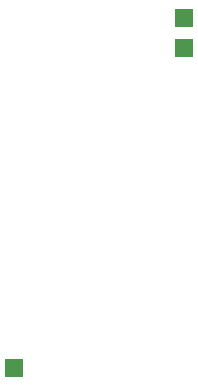
<source format=gbr>
G04 #@! TF.FileFunction,Copper,L2,Bot,Signal*
%FSLAX46Y46*%
G04 Gerber Fmt 4.6, Leading zero omitted, Abs format (unit mm)*
G04 Created by KiCad (PCBNEW (2015-04-05 BZR 5577)-product) date Út 4. srpen 2015, 12:36:27 CEST*
%MOMM*%
G01*
G04 APERTURE LIST*
%ADD10C,0.100000*%
%ADD11R,1.524000X1.524000*%
G04 APERTURE END LIST*
D10*
D11*
X198740000Y-97440000D03*
X198740000Y-99980000D03*
X184290000Y-127040000D03*
M02*

</source>
